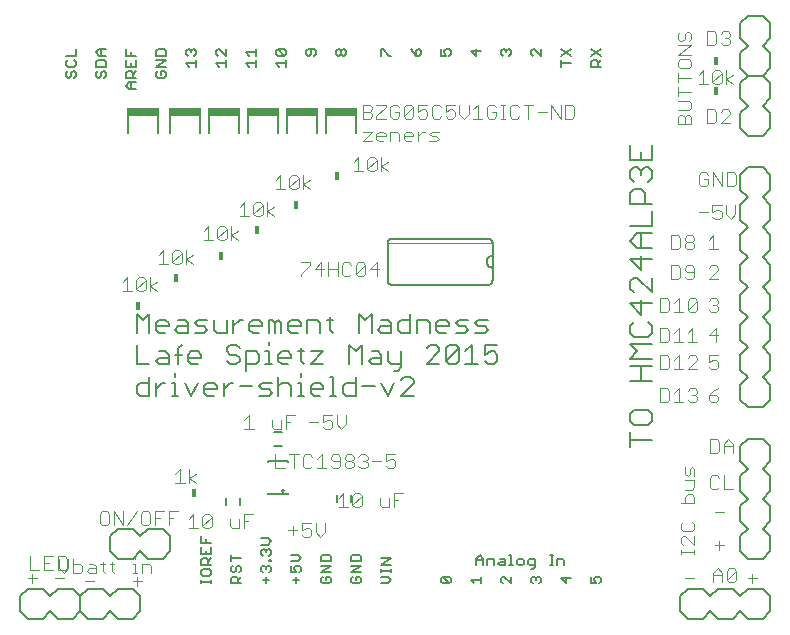
<source format=gto>
G75*
%MOIN*%
%OFA0B0*%
%FSLAX24Y24*%
%IPPOS*%
%LPD*%
%AMOC8*
5,1,8,0,0,1.08239X$1,22.5*
%
%ADD10C,0.0040*%
%ADD11C,0.0060*%
%ADD12C,0.0020*%
%ADD13C,0.0080*%
%ADD14R,0.0965X0.0266*%
%ADD15R,0.0180X0.0300*%
%ADD16C,0.0100*%
D10*
X008812Y003100D02*
X009119Y003100D01*
X008965Y003254D02*
X008965Y002947D01*
X008891Y003370D02*
X009198Y003370D01*
X009352Y003370D02*
X009659Y003370D01*
X009812Y003370D02*
X010042Y003370D01*
X010119Y003447D01*
X010119Y003754D01*
X010042Y003830D01*
X009812Y003830D01*
X009812Y003370D01*
X009850Y003423D02*
X010003Y003270D01*
X010157Y003423D01*
X010157Y003730D01*
X010310Y003730D02*
X010310Y003270D01*
X010540Y003270D01*
X010617Y003347D01*
X010617Y003500D01*
X010540Y003577D01*
X010310Y003577D01*
X009850Y003730D02*
X009850Y003423D01*
X009712Y003100D02*
X010019Y003100D01*
X010712Y003000D02*
X011019Y003000D01*
X011077Y003270D02*
X010847Y003270D01*
X010770Y003347D01*
X010847Y003423D01*
X011077Y003423D01*
X011077Y003500D02*
X011077Y003270D01*
X011077Y003500D02*
X011001Y003577D01*
X010847Y003577D01*
X011231Y003577D02*
X011384Y003577D01*
X011308Y003654D02*
X011308Y003347D01*
X011384Y003270D01*
X011614Y003347D02*
X011691Y003270D01*
X011614Y003347D02*
X011614Y003654D01*
X011538Y003577D02*
X011691Y003577D01*
X012305Y003577D02*
X012382Y003577D01*
X012382Y003270D01*
X012458Y003270D02*
X012305Y003270D01*
X012465Y003154D02*
X012465Y002847D01*
X012312Y003000D02*
X012619Y003000D01*
X012612Y003270D02*
X012612Y003577D01*
X012842Y003577D01*
X012919Y003500D01*
X012919Y003270D01*
X012382Y003730D02*
X012382Y003807D01*
X014170Y004770D02*
X014477Y004770D01*
X014324Y004770D02*
X014324Y005230D01*
X014170Y005077D01*
X013819Y005330D02*
X013512Y005330D01*
X013512Y004870D01*
X013512Y005100D02*
X013665Y005100D01*
X013358Y005330D02*
X013052Y005330D01*
X013052Y004870D01*
X012898Y004947D02*
X012898Y005254D01*
X012821Y005330D01*
X012668Y005330D01*
X012591Y005254D01*
X012591Y004947D01*
X012668Y004870D01*
X012821Y004870D01*
X012898Y004947D01*
X013052Y005100D02*
X013205Y005100D01*
X012438Y005330D02*
X012131Y004870D01*
X011977Y004870D02*
X011977Y005330D01*
X011670Y005330D02*
X011670Y004870D01*
X011517Y004947D02*
X011517Y005254D01*
X011440Y005330D01*
X011287Y005330D01*
X011210Y005254D01*
X011210Y004947D01*
X011287Y004870D01*
X011440Y004870D01*
X011517Y004947D01*
X011670Y005330D02*
X011977Y004870D01*
X013728Y006270D02*
X014035Y006270D01*
X013882Y006270D02*
X013882Y006730D01*
X013728Y006577D01*
X014189Y006730D02*
X014189Y006270D01*
X014189Y006423D02*
X014419Y006577D01*
X014189Y006423D02*
X014419Y006270D01*
X014708Y005230D02*
X014861Y005230D01*
X014938Y005154D01*
X014631Y004847D01*
X014708Y004770D01*
X014861Y004770D01*
X014938Y004847D01*
X014938Y005154D01*
X014708Y005230D02*
X014631Y005154D01*
X014631Y004847D01*
X015552Y004847D02*
X015628Y004770D01*
X015859Y004770D01*
X015859Y005077D01*
X016012Y005000D02*
X016165Y005000D01*
X016012Y004770D02*
X016012Y005230D01*
X016319Y005230D01*
X015552Y005077D02*
X015552Y004847D01*
X017491Y004700D02*
X017798Y004700D01*
X017952Y004700D02*
X018105Y004777D01*
X018182Y004777D01*
X018259Y004700D01*
X018259Y004547D01*
X018182Y004470D01*
X018028Y004470D01*
X017952Y004547D01*
X017952Y004700D02*
X017952Y004930D01*
X018259Y004930D01*
X018412Y004930D02*
X018412Y004623D01*
X018565Y004470D01*
X018719Y004623D01*
X018719Y004930D01*
X019170Y005470D02*
X019477Y005470D01*
X019324Y005470D02*
X019324Y005930D01*
X019170Y005777D01*
X019631Y005854D02*
X019631Y005547D01*
X019938Y005854D01*
X019938Y005547D01*
X019861Y005470D01*
X019708Y005470D01*
X019631Y005547D01*
X019631Y005854D02*
X019708Y005930D01*
X019861Y005930D01*
X019938Y005854D01*
X020552Y005777D02*
X020552Y005547D01*
X020628Y005470D01*
X020859Y005470D01*
X020859Y005777D01*
X021012Y005700D02*
X021165Y005700D01*
X021012Y005470D02*
X021012Y005930D01*
X021319Y005930D01*
X020982Y006770D02*
X020828Y006770D01*
X020752Y006847D01*
X020752Y007000D02*
X020905Y007077D01*
X020982Y007077D01*
X021058Y007000D01*
X021058Y006847D01*
X020982Y006770D01*
X020752Y007000D02*
X020752Y007230D01*
X021058Y007230D01*
X020598Y007000D02*
X020291Y007000D01*
X020138Y006923D02*
X020138Y006847D01*
X020061Y006770D01*
X019908Y006770D01*
X019831Y006847D01*
X019677Y006847D02*
X019601Y006770D01*
X019447Y006770D01*
X019370Y006847D01*
X019370Y006923D01*
X019447Y007000D01*
X019601Y007000D01*
X019677Y006923D01*
X019677Y006847D01*
X019601Y007000D02*
X019677Y007077D01*
X019677Y007154D01*
X019601Y007230D01*
X019447Y007230D01*
X019370Y007154D01*
X019370Y007077D01*
X019447Y007000D01*
X019217Y007000D02*
X018987Y007000D01*
X018910Y007077D01*
X018910Y007154D01*
X018987Y007230D01*
X019140Y007230D01*
X019217Y007154D01*
X019217Y006847D01*
X019140Y006770D01*
X018987Y006770D01*
X018910Y006847D01*
X018757Y006770D02*
X018450Y006770D01*
X018603Y006770D02*
X018603Y007230D01*
X018450Y007077D01*
X018296Y007154D02*
X018219Y007230D01*
X018066Y007230D01*
X017989Y007154D01*
X017989Y006847D01*
X018066Y006770D01*
X018219Y006770D01*
X018296Y006847D01*
X017682Y006770D02*
X017682Y007230D01*
X017529Y007230D02*
X017836Y007230D01*
X017375Y006770D02*
X017068Y006770D01*
X017068Y007230D01*
X017028Y008070D02*
X017259Y008070D01*
X017259Y008377D01*
X017412Y008300D02*
X017565Y008300D01*
X017412Y008070D02*
X017412Y008530D01*
X017719Y008530D01*
X018191Y008300D02*
X018498Y008300D01*
X018652Y008300D02*
X018805Y008377D01*
X018882Y008377D01*
X018959Y008300D01*
X018959Y008147D01*
X018882Y008070D01*
X018728Y008070D01*
X018652Y008147D01*
X018652Y008300D02*
X018652Y008530D01*
X018959Y008530D01*
X019112Y008530D02*
X019112Y008223D01*
X019265Y008070D01*
X019419Y008223D01*
X019419Y008530D01*
X019908Y007230D02*
X020061Y007230D01*
X020138Y007154D01*
X020138Y007077D01*
X020061Y007000D01*
X020138Y006923D01*
X020061Y007000D02*
X019984Y007000D01*
X019831Y007154D02*
X019908Y007230D01*
X017028Y008070D02*
X016952Y008147D01*
X016952Y008377D01*
X016338Y008070D02*
X016031Y008070D01*
X016184Y008070D02*
X016184Y008530D01*
X016031Y008377D01*
X017645Y004854D02*
X017645Y004547D01*
X009659Y003830D02*
X009352Y003830D01*
X009352Y003370D01*
X009352Y003600D02*
X009505Y003600D01*
X008891Y003830D02*
X008891Y003370D01*
X011972Y012670D02*
X012279Y012670D01*
X012126Y012670D02*
X012126Y013130D01*
X011972Y012977D01*
X012433Y013054D02*
X012509Y013130D01*
X012663Y013130D01*
X012740Y013054D01*
X012433Y012747D01*
X012509Y012670D01*
X012663Y012670D01*
X012740Y012747D01*
X012740Y013054D01*
X012893Y013130D02*
X012893Y012670D01*
X012893Y012823D02*
X013123Y012977D01*
X012893Y012823D02*
X013123Y012670D01*
X012433Y012747D02*
X012433Y013054D01*
X013172Y013570D02*
X013479Y013570D01*
X013326Y013570D02*
X013326Y014030D01*
X013172Y013877D01*
X013633Y013954D02*
X013633Y013647D01*
X013940Y013954D01*
X013940Y013647D01*
X013863Y013570D01*
X013709Y013570D01*
X013633Y013647D01*
X013633Y013954D02*
X013709Y014030D01*
X013863Y014030D01*
X013940Y013954D01*
X014093Y014030D02*
X014093Y013570D01*
X014093Y013723D02*
X014323Y013877D01*
X014093Y013723D02*
X014323Y013570D01*
X014672Y014370D02*
X014979Y014370D01*
X014826Y014370D02*
X014826Y014830D01*
X014672Y014677D01*
X015133Y014754D02*
X015133Y014447D01*
X015440Y014754D01*
X015440Y014447D01*
X015363Y014370D01*
X015209Y014370D01*
X015133Y014447D01*
X015133Y014754D02*
X015209Y014830D01*
X015363Y014830D01*
X015440Y014754D01*
X015593Y014830D02*
X015593Y014370D01*
X015593Y014523D02*
X015823Y014677D01*
X015593Y014523D02*
X015823Y014370D01*
X015872Y015170D02*
X016179Y015170D01*
X016026Y015170D02*
X016026Y015630D01*
X015872Y015477D01*
X016333Y015554D02*
X016333Y015247D01*
X016640Y015554D01*
X016640Y015247D01*
X016563Y015170D01*
X016409Y015170D01*
X016333Y015247D01*
X016793Y015323D02*
X017023Y015477D01*
X016793Y015630D02*
X016793Y015170D01*
X016793Y015323D02*
X017023Y015170D01*
X016640Y015554D02*
X016563Y015630D01*
X016409Y015630D01*
X016333Y015554D01*
X017072Y016070D02*
X017379Y016070D01*
X017226Y016070D02*
X017226Y016530D01*
X017072Y016377D01*
X017533Y016454D02*
X017533Y016147D01*
X017840Y016454D01*
X017840Y016147D01*
X017763Y016070D01*
X017609Y016070D01*
X017533Y016147D01*
X017533Y016454D02*
X017609Y016530D01*
X017763Y016530D01*
X017840Y016454D01*
X017993Y016530D02*
X017993Y016070D01*
X017993Y016223D02*
X018223Y016377D01*
X017993Y016223D02*
X018223Y016070D01*
X019672Y016670D02*
X019979Y016670D01*
X019826Y016670D02*
X019826Y017130D01*
X019672Y016977D01*
X020133Y017054D02*
X020133Y016747D01*
X020440Y017054D01*
X020440Y016747D01*
X020363Y016670D01*
X020209Y016670D01*
X020133Y016747D01*
X020593Y016823D02*
X020823Y016977D01*
X020593Y017130D02*
X020593Y016670D01*
X020593Y016823D02*
X020823Y016670D01*
X020440Y017054D02*
X020363Y017130D01*
X020209Y017130D01*
X020133Y017054D01*
X020279Y017670D02*
X019972Y017670D01*
X020279Y017977D01*
X019972Y017977D01*
X020433Y017900D02*
X020433Y017747D01*
X020509Y017670D01*
X020663Y017670D01*
X020740Y017823D02*
X020433Y017823D01*
X020433Y017900D02*
X020509Y017977D01*
X020663Y017977D01*
X020740Y017900D01*
X020740Y017823D01*
X020893Y017670D02*
X020893Y017977D01*
X021123Y017977D01*
X021200Y017900D01*
X021200Y017670D01*
X021354Y017747D02*
X021354Y017900D01*
X021430Y017977D01*
X021584Y017977D01*
X021660Y017900D01*
X021660Y017823D01*
X021354Y017823D01*
X021354Y017747D02*
X021430Y017670D01*
X021584Y017670D01*
X021814Y017670D02*
X021814Y017977D01*
X021967Y017977D02*
X021814Y017823D01*
X021967Y017977D02*
X022044Y017977D01*
X022198Y017900D02*
X022274Y017977D01*
X022505Y017977D01*
X022428Y017823D02*
X022274Y017823D01*
X022198Y017900D01*
X022198Y017670D02*
X022428Y017670D01*
X022505Y017747D01*
X022428Y017823D01*
X022505Y018420D02*
X022581Y018497D01*
X022505Y018420D02*
X022351Y018420D01*
X022274Y018497D01*
X022274Y018804D01*
X022351Y018880D01*
X022505Y018880D01*
X022581Y018804D01*
X022735Y018880D02*
X022735Y018650D01*
X022888Y018727D01*
X022965Y018727D01*
X023042Y018650D01*
X023042Y018497D01*
X022965Y018420D01*
X022811Y018420D01*
X022735Y018497D01*
X023195Y018573D02*
X023349Y018420D01*
X023502Y018573D01*
X023502Y018880D01*
X023656Y018727D02*
X023809Y018880D01*
X023809Y018420D01*
X023656Y018420D02*
X023962Y018420D01*
X024116Y018497D02*
X024193Y018420D01*
X024346Y018420D01*
X024423Y018497D01*
X024423Y018650D01*
X024269Y018650D01*
X024116Y018497D02*
X024116Y018804D01*
X024193Y018880D01*
X024346Y018880D01*
X024423Y018804D01*
X024576Y018880D02*
X024730Y018880D01*
X024653Y018880D02*
X024653Y018420D01*
X024576Y018420D02*
X024730Y018420D01*
X024883Y018497D02*
X024960Y018420D01*
X025113Y018420D01*
X025190Y018497D01*
X025190Y018804D02*
X025113Y018880D01*
X024960Y018880D01*
X024883Y018804D01*
X024883Y018497D01*
X025344Y018880D02*
X025651Y018880D01*
X025497Y018880D02*
X025497Y018420D01*
X025804Y018650D02*
X026111Y018650D01*
X026264Y018420D02*
X026264Y018880D01*
X026571Y018420D01*
X026571Y018880D01*
X026725Y018880D02*
X026955Y018880D01*
X027032Y018804D01*
X027032Y018497D01*
X026955Y018420D01*
X026725Y018420D01*
X026725Y018880D01*
X023195Y018880D02*
X023195Y018573D01*
X023042Y018880D02*
X022735Y018880D01*
X022121Y018880D02*
X021814Y018880D01*
X021814Y018650D01*
X021967Y018727D01*
X022044Y018727D01*
X022121Y018650D01*
X022121Y018497D01*
X022044Y018420D01*
X021891Y018420D01*
X021814Y018497D01*
X021660Y018497D02*
X021584Y018420D01*
X021430Y018420D01*
X021354Y018497D01*
X021660Y018804D01*
X021660Y018497D01*
X021354Y018497D02*
X021354Y018804D01*
X021430Y018880D01*
X021584Y018880D01*
X021660Y018804D01*
X021200Y018804D02*
X021123Y018880D01*
X020970Y018880D01*
X020893Y018804D01*
X020893Y018497D01*
X020970Y018420D01*
X021123Y018420D01*
X021200Y018497D01*
X021200Y018650D01*
X021047Y018650D01*
X020740Y018804D02*
X020433Y018497D01*
X020433Y018420D01*
X020740Y018420D01*
X020740Y018804D02*
X020740Y018880D01*
X020433Y018880D01*
X020279Y018804D02*
X020279Y018727D01*
X020203Y018650D01*
X019972Y018650D01*
X019972Y018420D02*
X020203Y018420D01*
X020279Y018497D01*
X020279Y018573D01*
X020203Y018650D01*
X020279Y018804D02*
X020203Y018880D01*
X019972Y018880D01*
X019972Y018420D01*
X019982Y013630D02*
X019828Y013630D01*
X019752Y013554D01*
X019752Y013247D01*
X020058Y013554D01*
X020058Y013247D01*
X019982Y013170D01*
X019828Y013170D01*
X019752Y013247D01*
X019598Y013247D02*
X019521Y013170D01*
X019368Y013170D01*
X019291Y013247D01*
X019291Y013554D01*
X019368Y013630D01*
X019521Y013630D01*
X019598Y013554D01*
X019982Y013630D02*
X020058Y013554D01*
X020212Y013400D02*
X020519Y013400D01*
X020442Y013170D02*
X020442Y013630D01*
X020212Y013400D01*
X019138Y013400D02*
X018831Y013400D01*
X018677Y013400D02*
X018370Y013400D01*
X018601Y013630D01*
X018601Y013170D01*
X018831Y013170D02*
X018831Y013630D01*
X019138Y013630D02*
X019138Y013170D01*
X018217Y013554D02*
X017910Y013247D01*
X017910Y013170D01*
X017910Y013630D02*
X018217Y013630D01*
X018217Y013554D01*
X029891Y012430D02*
X029891Y011970D01*
X030121Y011970D01*
X030198Y012047D01*
X030198Y012354D01*
X030121Y012430D01*
X029891Y012430D01*
X030352Y012277D02*
X030505Y012430D01*
X030505Y011970D01*
X030352Y011970D02*
X030659Y011970D01*
X030812Y012047D02*
X030812Y012354D01*
X030889Y012430D01*
X031042Y012430D01*
X031119Y012354D01*
X030812Y012047D01*
X030889Y011970D01*
X031042Y011970D01*
X031119Y012047D01*
X031119Y012354D01*
X031512Y012354D02*
X031589Y012430D01*
X031742Y012430D01*
X031819Y012354D01*
X031819Y012277D01*
X031742Y012200D01*
X031819Y012123D01*
X031819Y012047D01*
X031742Y011970D01*
X031589Y011970D01*
X031512Y012047D01*
X031665Y012200D02*
X031742Y012200D01*
X031742Y011430D02*
X031512Y011200D01*
X031819Y011200D01*
X031742Y010970D02*
X031742Y011430D01*
X031119Y010970D02*
X030812Y010970D01*
X030965Y010970D02*
X030965Y011430D01*
X030812Y011277D01*
X030505Y011430D02*
X030505Y010970D01*
X030352Y010970D02*
X030659Y010970D01*
X030352Y011277D02*
X030505Y011430D01*
X030198Y011354D02*
X030198Y011047D01*
X030121Y010970D01*
X029891Y010970D01*
X029891Y011430D01*
X030121Y011430D01*
X030198Y011354D01*
X030121Y010530D02*
X029891Y010530D01*
X029891Y010070D01*
X030121Y010070D01*
X030198Y010147D01*
X030198Y010454D01*
X030121Y010530D01*
X030352Y010377D02*
X030505Y010530D01*
X030505Y010070D01*
X030352Y010070D02*
X030659Y010070D01*
X030812Y010070D02*
X031119Y010377D01*
X031119Y010454D01*
X031042Y010530D01*
X030889Y010530D01*
X030812Y010454D01*
X030812Y010070D02*
X031119Y010070D01*
X031512Y010147D02*
X031589Y010070D01*
X031742Y010070D01*
X031819Y010147D01*
X031819Y010300D01*
X031742Y010377D01*
X031665Y010377D01*
X031512Y010300D01*
X031512Y010530D01*
X031819Y010530D01*
X031819Y009430D02*
X031665Y009354D01*
X031512Y009200D01*
X031742Y009200D01*
X031819Y009123D01*
X031819Y009047D01*
X031742Y008970D01*
X031589Y008970D01*
X031512Y009047D01*
X031512Y009200D01*
X031119Y009123D02*
X031119Y009047D01*
X031042Y008970D01*
X030889Y008970D01*
X030812Y009047D01*
X030659Y008970D02*
X030352Y008970D01*
X030505Y008970D02*
X030505Y009430D01*
X030352Y009277D01*
X030198Y009354D02*
X030198Y009047D01*
X030121Y008970D01*
X029891Y008970D01*
X029891Y009430D01*
X030121Y009430D01*
X030198Y009354D01*
X030812Y009354D02*
X030889Y009430D01*
X031042Y009430D01*
X031119Y009354D01*
X031119Y009277D01*
X031042Y009200D01*
X031119Y009123D01*
X031042Y009200D02*
X030965Y009200D01*
X031552Y007730D02*
X031782Y007730D01*
X031859Y007654D01*
X031859Y007347D01*
X031782Y007270D01*
X031552Y007270D01*
X031552Y007730D01*
X032012Y007577D02*
X032165Y007730D01*
X032319Y007577D01*
X032319Y007270D01*
X032319Y007500D02*
X032012Y007500D01*
X032012Y007577D02*
X032012Y007270D01*
X032012Y006530D02*
X032012Y006070D01*
X032319Y006070D01*
X031859Y006147D02*
X031782Y006070D01*
X031628Y006070D01*
X031552Y006147D01*
X031552Y006454D01*
X031628Y006530D01*
X031782Y006530D01*
X031859Y006454D01*
X031032Y006510D02*
X031032Y006740D01*
X030956Y006817D01*
X030879Y006740D01*
X030879Y006586D01*
X030802Y006510D01*
X030725Y006586D01*
X030725Y006817D01*
X030725Y006356D02*
X031032Y006356D01*
X031032Y006126D01*
X030956Y006049D01*
X030725Y006049D01*
X030802Y005896D02*
X030725Y005819D01*
X030725Y005589D01*
X030572Y005589D02*
X031032Y005589D01*
X031032Y005819D01*
X030956Y005896D01*
X030802Y005896D01*
X031712Y005300D02*
X032019Y005300D01*
X031865Y004354D02*
X031865Y004047D01*
X031712Y004200D02*
X032019Y004200D01*
X032189Y003430D02*
X032342Y003430D01*
X032419Y003354D01*
X032112Y003047D01*
X032189Y002970D01*
X032342Y002970D01*
X032419Y003047D01*
X032419Y003354D01*
X032189Y003430D02*
X032112Y003354D01*
X032112Y003047D01*
X031959Y002970D02*
X031959Y003277D01*
X031805Y003430D01*
X031652Y003277D01*
X031652Y002970D01*
X031652Y003200D02*
X031959Y003200D01*
X032812Y003100D02*
X033119Y003100D01*
X032965Y003254D02*
X032965Y002947D01*
X031019Y003100D02*
X030712Y003100D01*
X030572Y003901D02*
X030572Y004054D01*
X030572Y003977D02*
X031032Y003977D01*
X031032Y003901D02*
X031032Y004054D01*
X031032Y004208D02*
X030725Y004515D01*
X030649Y004515D01*
X030572Y004438D01*
X030572Y004284D01*
X030649Y004208D01*
X031032Y004208D02*
X031032Y004515D01*
X030956Y004668D02*
X030649Y004668D01*
X030572Y004745D01*
X030572Y004898D01*
X030649Y004975D01*
X030956Y004975D02*
X031032Y004898D01*
X031032Y004745D01*
X030956Y004668D01*
X030942Y013070D02*
X031019Y013147D01*
X031019Y013454D01*
X030942Y013530D01*
X030789Y013530D01*
X030712Y013454D01*
X030712Y013377D01*
X030789Y013300D01*
X031019Y013300D01*
X030942Y013070D02*
X030789Y013070D01*
X030712Y013147D01*
X030559Y013147D02*
X030559Y013454D01*
X030482Y013530D01*
X030252Y013530D01*
X030252Y013070D01*
X030482Y013070D01*
X030559Y013147D01*
X031512Y013070D02*
X031819Y013377D01*
X031819Y013454D01*
X031742Y013530D01*
X031589Y013530D01*
X031512Y013454D01*
X031512Y013070D02*
X031819Y013070D01*
X031819Y014070D02*
X031512Y014070D01*
X031665Y014070D02*
X031665Y014530D01*
X031512Y014377D01*
X031019Y014377D02*
X030942Y014300D01*
X030789Y014300D01*
X030712Y014377D01*
X030712Y014454D01*
X030789Y014530D01*
X030942Y014530D01*
X031019Y014454D01*
X031019Y014377D01*
X030942Y014300D02*
X031019Y014223D01*
X031019Y014147D01*
X030942Y014070D01*
X030789Y014070D01*
X030712Y014147D01*
X030712Y014223D01*
X030789Y014300D01*
X030559Y014147D02*
X030559Y014454D01*
X030482Y014530D01*
X030252Y014530D01*
X030252Y014070D01*
X030482Y014070D01*
X030559Y014147D01*
X031633Y015147D02*
X031709Y015070D01*
X031863Y015070D01*
X031940Y015147D01*
X031940Y015300D01*
X031863Y015377D01*
X031786Y015377D01*
X031633Y015300D01*
X031633Y015530D01*
X031940Y015530D01*
X032093Y015530D02*
X032093Y015223D01*
X032247Y015070D01*
X032400Y015223D01*
X032400Y015530D01*
X032342Y016170D02*
X032112Y016170D01*
X032112Y016630D01*
X032342Y016630D01*
X032419Y016554D01*
X032419Y016247D01*
X032342Y016170D01*
X031959Y016170D02*
X031959Y016630D01*
X031652Y016630D02*
X031959Y016170D01*
X031652Y016170D02*
X031652Y016630D01*
X031498Y016554D02*
X031421Y016630D01*
X031268Y016630D01*
X031191Y016554D01*
X031191Y016247D01*
X031268Y016170D01*
X031421Y016170D01*
X031498Y016247D01*
X031498Y016400D01*
X031345Y016400D01*
X031479Y015300D02*
X031172Y015300D01*
X030932Y018247D02*
X030472Y018247D01*
X030472Y018477D01*
X030549Y018554D01*
X030625Y018554D01*
X030702Y018477D01*
X030702Y018247D01*
X030932Y018247D02*
X030932Y018477D01*
X030856Y018554D01*
X030779Y018554D01*
X030702Y018477D01*
X030856Y018708D02*
X030472Y018708D01*
X030472Y019015D02*
X030856Y019015D01*
X030932Y018938D01*
X030932Y018784D01*
X030856Y018708D01*
X031452Y018730D02*
X031682Y018730D01*
X031759Y018654D01*
X031759Y018347D01*
X031682Y018270D01*
X031452Y018270D01*
X031452Y018730D01*
X031912Y018654D02*
X031989Y018730D01*
X032142Y018730D01*
X032219Y018654D01*
X032219Y018577D01*
X031912Y018270D01*
X032219Y018270D01*
X030932Y019321D02*
X030472Y019321D01*
X030472Y019168D02*
X030472Y019475D01*
X030472Y019628D02*
X030472Y019935D01*
X030472Y019782D02*
X030932Y019782D01*
X031172Y019877D02*
X031326Y020030D01*
X031326Y019570D01*
X031479Y019570D02*
X031172Y019570D01*
X031633Y019647D02*
X031940Y019954D01*
X031940Y019647D01*
X031863Y019570D01*
X031709Y019570D01*
X031633Y019647D01*
X031633Y019954D01*
X031709Y020030D01*
X031863Y020030D01*
X031940Y019954D01*
X032093Y020030D02*
X032093Y019570D01*
X032093Y019723D02*
X032323Y019877D01*
X032093Y019723D02*
X032323Y019570D01*
X030932Y020166D02*
X030856Y020089D01*
X030549Y020089D01*
X030472Y020166D01*
X030472Y020319D01*
X030549Y020396D01*
X030856Y020396D01*
X030932Y020319D01*
X030932Y020166D01*
X030932Y020549D02*
X030472Y020549D01*
X030932Y020856D01*
X030472Y020856D01*
X030549Y021010D02*
X030625Y021010D01*
X030702Y021086D01*
X030702Y021240D01*
X030779Y021317D01*
X030856Y021317D01*
X030932Y021240D01*
X030932Y021086D01*
X030856Y021010D01*
X030549Y021010D02*
X030472Y021086D01*
X030472Y021240D01*
X030549Y021317D01*
X031452Y021330D02*
X031452Y020870D01*
X031682Y020870D01*
X031759Y020947D01*
X031759Y021254D01*
X031682Y021330D01*
X031452Y021330D01*
X031912Y021254D02*
X031989Y021330D01*
X032142Y021330D01*
X032219Y021254D01*
X032219Y021177D01*
X032142Y021100D01*
X032219Y021023D01*
X032219Y020947D01*
X032142Y020870D01*
X031989Y020870D01*
X031912Y020947D01*
X032065Y021100D02*
X032142Y021100D01*
D11*
X027922Y020739D02*
X027582Y020512D01*
X027639Y020370D02*
X027752Y020370D01*
X027809Y020314D01*
X027809Y020143D01*
X027922Y020143D02*
X027582Y020143D01*
X027582Y020314D01*
X027639Y020370D01*
X027809Y020257D02*
X027922Y020370D01*
X027922Y020512D02*
X027582Y020739D01*
X026922Y020739D02*
X026582Y020512D01*
X026582Y020370D02*
X026582Y020143D01*
X026582Y020257D02*
X026922Y020257D01*
X026922Y020512D02*
X026582Y020739D01*
X025922Y020739D02*
X025922Y020512D01*
X025696Y020739D01*
X025639Y020739D01*
X025582Y020682D01*
X025582Y020568D01*
X025639Y020512D01*
X024922Y020568D02*
X024866Y020512D01*
X024922Y020568D02*
X024922Y020682D01*
X024866Y020739D01*
X024809Y020739D01*
X024752Y020682D01*
X024752Y020625D01*
X024752Y020682D02*
X024696Y020739D01*
X024639Y020739D01*
X024582Y020682D01*
X024582Y020568D01*
X024639Y020512D01*
X023922Y020682D02*
X023582Y020682D01*
X023752Y020512D01*
X023752Y020739D01*
X022922Y020682D02*
X022922Y020568D01*
X022866Y020512D01*
X022752Y020512D02*
X022696Y020625D01*
X022696Y020682D01*
X022752Y020739D01*
X022866Y020739D01*
X022922Y020682D01*
X022752Y020512D02*
X022582Y020512D01*
X022582Y020739D01*
X021922Y020682D02*
X021922Y020568D01*
X021866Y020512D01*
X021752Y020512D01*
X021752Y020682D01*
X021809Y020739D01*
X021866Y020739D01*
X021922Y020682D01*
X021752Y020512D02*
X021639Y020625D01*
X021582Y020739D01*
X020922Y020512D02*
X020866Y020512D01*
X020639Y020739D01*
X020582Y020739D01*
X020582Y020512D01*
X019422Y020568D02*
X019366Y020512D01*
X019309Y020512D01*
X019252Y020568D01*
X019252Y020682D01*
X019309Y020739D01*
X019366Y020739D01*
X019422Y020682D01*
X019422Y020568D01*
X019252Y020568D02*
X019196Y020512D01*
X019139Y020512D01*
X019082Y020568D01*
X019082Y020682D01*
X019139Y020739D01*
X019196Y020739D01*
X019252Y020682D01*
X018422Y020682D02*
X018422Y020568D01*
X018366Y020512D01*
X018252Y020568D02*
X018252Y020739D01*
X018139Y020739D02*
X018082Y020682D01*
X018082Y020568D01*
X018139Y020512D01*
X018196Y020512D01*
X018252Y020568D01*
X018139Y020739D02*
X018366Y020739D01*
X018422Y020682D01*
X017422Y020682D02*
X017422Y020568D01*
X017366Y020512D01*
X017139Y020739D01*
X017366Y020739D01*
X017422Y020682D01*
X017366Y020512D02*
X017139Y020512D01*
X017082Y020568D01*
X017082Y020682D01*
X017139Y020739D01*
X017422Y020370D02*
X017422Y020143D01*
X017422Y020257D02*
X017082Y020257D01*
X017196Y020143D01*
X016422Y020143D02*
X016422Y020370D01*
X016422Y020257D02*
X016082Y020257D01*
X016196Y020143D01*
X016196Y020512D02*
X016082Y020625D01*
X016422Y020625D01*
X016422Y020512D02*
X016422Y020739D01*
X015422Y020739D02*
X015422Y020512D01*
X015196Y020739D01*
X015139Y020739D01*
X015082Y020682D01*
X015082Y020568D01*
X015139Y020512D01*
X015082Y020257D02*
X015422Y020257D01*
X015422Y020370D02*
X015422Y020143D01*
X015196Y020143D02*
X015082Y020257D01*
X014422Y020257D02*
X014082Y020257D01*
X014196Y020143D01*
X014422Y020143D02*
X014422Y020370D01*
X014366Y020512D02*
X014422Y020568D01*
X014422Y020682D01*
X014366Y020739D01*
X014309Y020739D01*
X014252Y020682D01*
X014252Y020625D01*
X014252Y020682D02*
X014196Y020739D01*
X014139Y020739D01*
X014082Y020682D01*
X014082Y020568D01*
X014139Y020512D01*
X013422Y020512D02*
X013422Y020682D01*
X013366Y020739D01*
X013139Y020739D01*
X013082Y020682D01*
X013082Y020512D01*
X013422Y020512D01*
X013422Y020370D02*
X013082Y020370D01*
X013082Y020143D02*
X013422Y020370D01*
X013422Y020143D02*
X013082Y020143D01*
X013139Y020002D02*
X013082Y019945D01*
X013082Y019832D01*
X013139Y019775D01*
X013366Y019775D01*
X013422Y019832D01*
X013422Y019945D01*
X013366Y020002D01*
X013252Y020002D01*
X013252Y019888D01*
X012422Y019775D02*
X012082Y019775D01*
X012082Y019945D01*
X012139Y020002D01*
X012252Y020002D01*
X012309Y019945D01*
X012309Y019775D01*
X012309Y019888D02*
X012422Y020002D01*
X012422Y020143D02*
X012082Y020143D01*
X012082Y020370D01*
X012082Y020512D02*
X012082Y020739D01*
X012252Y020625D02*
X012252Y020512D01*
X012422Y020512D02*
X012082Y020512D01*
X012252Y020257D02*
X012252Y020143D01*
X012422Y020143D02*
X012422Y020370D01*
X012422Y019634D02*
X012196Y019634D01*
X012082Y019520D01*
X012196Y019407D01*
X012422Y019407D01*
X012252Y019407D02*
X012252Y019634D01*
X011422Y019832D02*
X011366Y019775D01*
X011422Y019832D02*
X011422Y019945D01*
X011366Y020002D01*
X011309Y020002D01*
X011252Y019945D01*
X011252Y019832D01*
X011196Y019775D01*
X011139Y019775D01*
X011082Y019832D01*
X011082Y019945D01*
X011139Y020002D01*
X011082Y020143D02*
X011082Y020314D01*
X011139Y020370D01*
X011366Y020370D01*
X011422Y020314D01*
X011422Y020143D01*
X011082Y020143D01*
X011196Y020512D02*
X011082Y020625D01*
X011196Y020739D01*
X011422Y020739D01*
X011252Y020739D02*
X011252Y020512D01*
X011196Y020512D02*
X011422Y020512D01*
X010422Y020512D02*
X010422Y020739D01*
X010422Y020512D02*
X010082Y020512D01*
X010139Y020370D02*
X010082Y020314D01*
X010082Y020200D01*
X010139Y020143D01*
X010366Y020143D01*
X010422Y020200D01*
X010422Y020314D01*
X010366Y020370D01*
X010366Y020002D02*
X010422Y019945D01*
X010422Y019832D01*
X010366Y019775D01*
X010252Y019832D02*
X010252Y019945D01*
X010309Y020002D01*
X010366Y020002D01*
X010252Y019832D02*
X010196Y019775D01*
X010139Y019775D01*
X010082Y019832D01*
X010082Y019945D01*
X010139Y020002D01*
X020802Y014270D02*
X020802Y013030D01*
X020804Y013007D01*
X020809Y012984D01*
X020818Y012962D01*
X020831Y012942D01*
X020846Y012924D01*
X020864Y012909D01*
X020884Y012896D01*
X020906Y012887D01*
X020929Y012882D01*
X020952Y012880D01*
X024152Y012880D01*
X024175Y012882D01*
X024198Y012887D01*
X024220Y012896D01*
X024240Y012909D01*
X024258Y012924D01*
X024273Y012942D01*
X024286Y012962D01*
X024295Y012984D01*
X024300Y013007D01*
X024302Y013030D01*
X024302Y013450D01*
X024302Y013850D01*
X024302Y014270D01*
X024300Y014293D01*
X024295Y014316D01*
X024286Y014338D01*
X024273Y014358D01*
X024258Y014376D01*
X024240Y014391D01*
X024220Y014404D01*
X024198Y014413D01*
X024175Y014418D01*
X024152Y014420D01*
X020952Y014420D01*
X020929Y014418D01*
X020906Y014413D01*
X020884Y014404D01*
X020864Y014391D01*
X020846Y014376D01*
X020831Y014358D01*
X020818Y014338D01*
X020809Y014316D01*
X020804Y014293D01*
X020802Y014270D01*
X024302Y013850D02*
X024275Y013848D01*
X024248Y013843D01*
X024222Y013833D01*
X024198Y013821D01*
X024176Y013805D01*
X024156Y013787D01*
X024139Y013765D01*
X024124Y013742D01*
X024114Y013717D01*
X024106Y013691D01*
X024102Y013664D01*
X024102Y013636D01*
X024106Y013609D01*
X024114Y013583D01*
X024124Y013558D01*
X024139Y013535D01*
X024156Y013513D01*
X024176Y013495D01*
X024198Y013479D01*
X024222Y013467D01*
X024248Y013457D01*
X024275Y013452D01*
X024302Y013450D01*
X024143Y011707D02*
X023822Y011707D01*
X023716Y011600D01*
X023822Y011494D01*
X024036Y011494D01*
X024143Y011387D01*
X024036Y011280D01*
X023716Y011280D01*
X023498Y011387D02*
X023391Y011494D01*
X023178Y011494D01*
X023071Y011600D01*
X023178Y011707D01*
X023498Y011707D01*
X023498Y011387D02*
X023391Y011280D01*
X023071Y011280D01*
X022853Y011494D02*
X022426Y011494D01*
X022426Y011600D02*
X022533Y011707D01*
X022747Y011707D01*
X022853Y011600D01*
X022853Y011494D01*
X022747Y011280D02*
X022533Y011280D01*
X022426Y011387D01*
X022426Y011600D01*
X022209Y011600D02*
X022209Y011280D01*
X022209Y011600D02*
X022102Y011707D01*
X021782Y011707D01*
X021782Y011280D01*
X021564Y011280D02*
X021244Y011280D01*
X021137Y011387D01*
X021137Y011600D01*
X021244Y011707D01*
X021564Y011707D01*
X021564Y011921D02*
X021564Y011280D01*
X020920Y011280D02*
X020600Y011280D01*
X020493Y011387D01*
X020600Y011494D01*
X020920Y011494D01*
X020920Y011600D02*
X020920Y011280D01*
X020920Y011600D02*
X020813Y011707D01*
X020600Y011707D01*
X020275Y011921D02*
X020275Y011280D01*
X019848Y011280D02*
X019848Y011921D01*
X020062Y011707D01*
X020275Y011921D01*
X018987Y011707D02*
X018774Y011707D01*
X018881Y011814D02*
X018881Y011387D01*
X018987Y011280D01*
X018556Y011280D02*
X018556Y011600D01*
X018450Y011707D01*
X018129Y011707D01*
X018129Y011280D01*
X017912Y011494D02*
X017485Y011494D01*
X017485Y011600D02*
X017592Y011707D01*
X017805Y011707D01*
X017912Y011600D01*
X017912Y011494D01*
X017805Y011280D02*
X017592Y011280D01*
X017485Y011387D01*
X017485Y011600D01*
X017267Y011600D02*
X017267Y011280D01*
X017054Y011280D02*
X017054Y011600D01*
X017161Y011707D01*
X017267Y011600D01*
X017054Y011600D02*
X016947Y011707D01*
X016840Y011707D01*
X016840Y011280D01*
X016840Y010977D02*
X016840Y010871D01*
X016840Y010657D02*
X016840Y010230D01*
X016946Y010230D02*
X016733Y010230D01*
X016515Y010337D02*
X016409Y010230D01*
X016088Y010230D01*
X016088Y010016D02*
X016088Y010657D01*
X016409Y010657D01*
X016515Y010550D01*
X016515Y010337D01*
X016733Y010657D02*
X016840Y010657D01*
X017163Y010550D02*
X017163Y010337D01*
X017269Y010230D01*
X017483Y010230D01*
X017590Y010444D02*
X017163Y010444D01*
X017163Y010550D02*
X017269Y010657D01*
X017483Y010657D01*
X017590Y010550D01*
X017590Y010444D01*
X017807Y010657D02*
X018021Y010657D01*
X017914Y010764D02*
X017914Y010337D01*
X018021Y010230D01*
X018237Y010230D02*
X018664Y010230D01*
X018664Y010657D02*
X018237Y010657D01*
X018664Y010657D02*
X018237Y010230D01*
X017914Y009927D02*
X017914Y009821D01*
X017914Y009607D02*
X017914Y009180D01*
X017807Y009180D02*
X018021Y009180D01*
X018237Y009287D02*
X018237Y009500D01*
X018344Y009607D01*
X018557Y009607D01*
X018664Y009500D01*
X018664Y009394D01*
X018237Y009394D01*
X018237Y009287D02*
X018344Y009180D01*
X018557Y009180D01*
X018881Y009180D02*
X019095Y009180D01*
X018988Y009180D02*
X018988Y009821D01*
X018881Y009821D01*
X019311Y009500D02*
X019418Y009607D01*
X019738Y009607D01*
X019738Y009821D02*
X019738Y009180D01*
X019418Y009180D01*
X019311Y009287D01*
X019311Y009500D01*
X019956Y009500D02*
X020383Y009500D01*
X020600Y009607D02*
X020814Y009180D01*
X021027Y009607D01*
X021245Y009714D02*
X021351Y009821D01*
X021565Y009821D01*
X021672Y009714D01*
X021672Y009607D01*
X021245Y009180D01*
X021672Y009180D01*
X021135Y010016D02*
X021029Y010016D01*
X021135Y010016D02*
X021242Y010123D01*
X021242Y010657D01*
X020815Y010657D02*
X020815Y010337D01*
X020922Y010230D01*
X021242Y010230D01*
X020598Y010230D02*
X020277Y010230D01*
X020170Y010337D01*
X020277Y010444D01*
X020598Y010444D01*
X020598Y010550D02*
X020598Y010230D01*
X020598Y010550D02*
X020491Y010657D01*
X020277Y010657D01*
X019953Y010871D02*
X019953Y010230D01*
X019526Y010230D02*
X019526Y010871D01*
X019739Y010657D01*
X019953Y010871D01*
X017914Y009607D02*
X017807Y009607D01*
X017590Y009500D02*
X017590Y009180D01*
X017590Y009500D02*
X017483Y009607D01*
X017269Y009607D01*
X017163Y009500D01*
X016945Y009607D02*
X016625Y009607D01*
X016518Y009500D01*
X016625Y009394D01*
X016838Y009394D01*
X016945Y009287D01*
X016838Y009180D01*
X016518Y009180D01*
X016301Y009500D02*
X015873Y009500D01*
X015657Y009607D02*
X015550Y009607D01*
X015336Y009394D01*
X015336Y009607D02*
X015336Y009180D01*
X015119Y009394D02*
X014692Y009394D01*
X014692Y009500D02*
X014692Y009287D01*
X014799Y009180D01*
X015012Y009180D01*
X015119Y009394D02*
X015119Y009500D01*
X015012Y009607D01*
X014799Y009607D01*
X014692Y009500D01*
X014474Y009607D02*
X014261Y009180D01*
X014047Y009607D01*
X013724Y009607D02*
X013724Y009180D01*
X013618Y009180D02*
X013831Y009180D01*
X013724Y009607D02*
X013618Y009607D01*
X013401Y009607D02*
X013294Y009607D01*
X013080Y009394D01*
X013080Y009607D02*
X013080Y009180D01*
X012863Y009180D02*
X012543Y009180D01*
X012436Y009287D01*
X012436Y009500D01*
X012543Y009607D01*
X012863Y009607D01*
X012863Y009821D02*
X012863Y009180D01*
X013724Y009821D02*
X013724Y009927D01*
X013832Y010230D02*
X013832Y010764D01*
X013939Y010871D01*
X013939Y010550D02*
X013725Y010550D01*
X013507Y010550D02*
X013507Y010230D01*
X013187Y010230D01*
X013080Y010337D01*
X013187Y010444D01*
X013507Y010444D01*
X013507Y010550D02*
X013401Y010657D01*
X013187Y010657D01*
X012863Y010230D02*
X012436Y010230D01*
X012436Y010871D01*
X012436Y011280D02*
X012436Y011921D01*
X012649Y011707D01*
X012863Y011921D01*
X012863Y011280D01*
X013080Y011387D02*
X013080Y011600D01*
X013187Y011707D01*
X013401Y011707D01*
X013507Y011600D01*
X013507Y011494D01*
X013080Y011494D01*
X013080Y011387D02*
X013187Y011280D01*
X013401Y011280D01*
X013725Y011387D02*
X013832Y011494D01*
X014152Y011494D01*
X014152Y011600D02*
X014152Y011280D01*
X013832Y011280D01*
X013725Y011387D01*
X014045Y011707D02*
X014152Y011600D01*
X014045Y011707D02*
X013832Y011707D01*
X014370Y011600D02*
X014476Y011707D01*
X014797Y011707D01*
X015014Y011707D02*
X015014Y011387D01*
X015121Y011280D01*
X015441Y011280D01*
X015441Y011707D01*
X015659Y011707D02*
X015659Y011280D01*
X015659Y011494D02*
X015872Y011707D01*
X015979Y011707D01*
X016196Y011600D02*
X016303Y011707D01*
X016516Y011707D01*
X016623Y011600D01*
X016623Y011494D01*
X016196Y011494D01*
X016196Y011600D02*
X016196Y011387D01*
X016303Y011280D01*
X016516Y011280D01*
X015871Y010764D02*
X015764Y010871D01*
X015551Y010871D01*
X015444Y010764D01*
X015444Y010657D01*
X015551Y010550D01*
X015764Y010550D01*
X015871Y010444D01*
X015871Y010337D01*
X015764Y010230D01*
X015551Y010230D01*
X015444Y010337D01*
X014582Y010444D02*
X014155Y010444D01*
X014155Y010550D02*
X014261Y010657D01*
X014475Y010657D01*
X014582Y010550D01*
X014582Y010444D01*
X014475Y010230D02*
X014261Y010230D01*
X014155Y010337D01*
X014155Y010550D01*
X014370Y011280D02*
X014690Y011280D01*
X014797Y011387D01*
X014690Y011494D01*
X014476Y011494D01*
X014370Y011600D01*
X017163Y009821D02*
X017163Y009180D01*
X017270Y007986D02*
X017034Y007986D01*
X017034Y007514D02*
X017270Y007514D01*
X019116Y005868D02*
X019116Y005632D01*
X019589Y005632D02*
X019589Y005868D01*
X016922Y004328D02*
X016809Y004441D01*
X016582Y004441D01*
X016582Y004214D02*
X016809Y004214D01*
X016922Y004328D01*
X016866Y004073D02*
X016922Y004016D01*
X016922Y003903D01*
X016866Y003846D01*
X016866Y003718D02*
X016922Y003718D01*
X016922Y003662D01*
X016866Y003662D01*
X016866Y003718D01*
X016866Y003520D02*
X016922Y003463D01*
X016922Y003350D01*
X016866Y003293D01*
X016752Y003407D02*
X016752Y003463D01*
X016809Y003520D01*
X016866Y003520D01*
X016752Y003463D02*
X016696Y003520D01*
X016639Y003520D01*
X016582Y003463D01*
X016582Y003350D01*
X016639Y003293D01*
X016752Y003152D02*
X016752Y002925D01*
X016639Y003038D02*
X016866Y003038D01*
X017582Y003293D02*
X017582Y003520D01*
X017696Y003463D02*
X017752Y003520D01*
X017866Y003520D01*
X017922Y003463D01*
X017922Y003350D01*
X017866Y003293D01*
X017752Y003293D02*
X017696Y003407D01*
X017696Y003463D01*
X017752Y003293D02*
X017582Y003293D01*
X017752Y003152D02*
X017752Y002925D01*
X017639Y003038D02*
X017866Y003038D01*
X018582Y002982D02*
X018639Y002925D01*
X018866Y002925D01*
X018922Y002982D01*
X018922Y003095D01*
X018866Y003152D01*
X018752Y003152D01*
X018752Y003038D01*
X018639Y003152D02*
X018582Y003095D01*
X018582Y002982D01*
X018582Y003293D02*
X018922Y003520D01*
X018582Y003520D01*
X018582Y003662D02*
X018582Y003832D01*
X018639Y003888D01*
X018866Y003888D01*
X018922Y003832D01*
X018922Y003662D01*
X018582Y003662D01*
X018582Y003293D02*
X018922Y003293D01*
X019582Y003293D02*
X019922Y003520D01*
X019582Y003520D01*
X019582Y003662D02*
X019582Y003832D01*
X019639Y003888D01*
X019866Y003888D01*
X019922Y003832D01*
X019922Y003662D01*
X019582Y003662D01*
X019582Y003293D02*
X019922Y003293D01*
X019866Y003152D02*
X019752Y003152D01*
X019752Y003038D01*
X019639Y002925D02*
X019866Y002925D01*
X019922Y002982D01*
X019922Y003095D01*
X019866Y003152D01*
X019639Y003152D02*
X019582Y003095D01*
X019582Y002982D01*
X019639Y002925D01*
X020582Y002925D02*
X020809Y002925D01*
X020922Y003038D01*
X020809Y003152D01*
X020582Y003152D01*
X020582Y003293D02*
X020582Y003407D01*
X020582Y003350D02*
X020922Y003350D01*
X020922Y003293D02*
X020922Y003407D01*
X020922Y003539D02*
X020582Y003539D01*
X020922Y003766D01*
X020582Y003766D01*
X022582Y003095D02*
X022582Y002982D01*
X022639Y002925D01*
X022866Y002925D01*
X022639Y003152D01*
X022866Y003152D01*
X022922Y003095D01*
X022922Y002982D01*
X022866Y002925D01*
X022639Y003152D02*
X022582Y003095D01*
X023582Y003038D02*
X023922Y003038D01*
X023922Y002925D02*
X023922Y003152D01*
X023696Y002925D02*
X023582Y003038D01*
X023763Y003525D02*
X023763Y003752D01*
X023877Y003865D01*
X023990Y003752D01*
X023990Y003525D01*
X024131Y003525D02*
X024131Y003752D01*
X024302Y003752D01*
X024358Y003695D01*
X024358Y003525D01*
X024500Y003582D02*
X024556Y003525D01*
X024727Y003525D01*
X024727Y003695D01*
X024670Y003752D01*
X024556Y003752D01*
X024556Y003638D02*
X024727Y003638D01*
X024556Y003638D02*
X024500Y003582D01*
X024868Y003525D02*
X024981Y003525D01*
X024925Y003525D02*
X024925Y003865D01*
X024868Y003865D01*
X025114Y003695D02*
X025114Y003582D01*
X025170Y003525D01*
X025284Y003525D01*
X025340Y003582D01*
X025340Y003695D01*
X025284Y003752D01*
X025170Y003752D01*
X025114Y003695D01*
X025482Y003695D02*
X025482Y003582D01*
X025539Y003525D01*
X025709Y003525D01*
X025709Y003468D02*
X025709Y003752D01*
X025539Y003752D01*
X025482Y003695D01*
X025595Y003412D02*
X025652Y003412D01*
X025709Y003468D01*
X025696Y003152D02*
X025752Y003095D01*
X025809Y003152D01*
X025866Y003152D01*
X025922Y003095D01*
X025922Y002982D01*
X025866Y002925D01*
X025752Y003038D02*
X025752Y003095D01*
X025696Y003152D02*
X025639Y003152D01*
X025582Y003095D01*
X025582Y002982D01*
X025639Y002925D01*
X024922Y002925D02*
X024696Y003152D01*
X024639Y003152D01*
X024582Y003095D01*
X024582Y002982D01*
X024639Y002925D01*
X024922Y002925D02*
X024922Y003152D01*
X023990Y003695D02*
X023763Y003695D01*
X026219Y003525D02*
X026332Y003525D01*
X026275Y003525D02*
X026275Y003865D01*
X026219Y003865D02*
X026332Y003865D01*
X026464Y003752D02*
X026634Y003752D01*
X026691Y003695D01*
X026691Y003525D01*
X026464Y003525D02*
X026464Y003752D01*
X026752Y003152D02*
X026752Y002925D01*
X026582Y003095D01*
X026922Y003095D01*
X027582Y003152D02*
X027582Y002925D01*
X027752Y002925D01*
X027696Y003038D01*
X027696Y003095D01*
X027752Y003152D01*
X027866Y003152D01*
X027922Y003095D01*
X027922Y002982D01*
X027866Y002925D01*
X028882Y007467D02*
X028882Y007961D01*
X028882Y007714D02*
X029622Y007714D01*
X029499Y008204D02*
X029005Y008204D01*
X028882Y008327D01*
X028882Y008574D01*
X029005Y008698D01*
X029499Y008698D01*
X029622Y008574D01*
X029622Y008327D01*
X029499Y008204D01*
X029622Y009677D02*
X028882Y009677D01*
X029252Y009677D02*
X029252Y010171D01*
X028882Y010171D02*
X029622Y010171D01*
X029622Y010414D02*
X028882Y010414D01*
X029129Y010661D01*
X028882Y010907D01*
X029622Y010907D01*
X029499Y011150D02*
X029622Y011274D01*
X029622Y011521D01*
X029499Y011644D01*
X029252Y011887D02*
X029252Y012381D01*
X029005Y012624D02*
X028882Y012747D01*
X028882Y012994D01*
X029005Y013117D01*
X029129Y013117D01*
X029622Y012624D01*
X029622Y013117D01*
X029252Y013360D02*
X029252Y013854D01*
X029252Y014097D02*
X029252Y014591D01*
X029129Y014591D02*
X028882Y014344D01*
X029129Y014097D01*
X029622Y014097D01*
X029622Y013731D02*
X028882Y013731D01*
X029252Y013360D01*
X028882Y012257D02*
X029252Y011887D01*
X029005Y011644D02*
X028882Y011521D01*
X028882Y011274D01*
X029005Y011150D01*
X029499Y011150D01*
X029622Y012257D02*
X028882Y012257D01*
X029129Y014591D02*
X029622Y014591D01*
X029622Y014833D02*
X029622Y015327D01*
X029622Y015570D02*
X028882Y015570D01*
X028882Y015940D01*
X029005Y016064D01*
X029252Y016064D01*
X029375Y015940D01*
X029375Y015570D01*
X029499Y016307D02*
X029622Y016430D01*
X029622Y016677D01*
X029499Y016800D01*
X029375Y016800D01*
X029252Y016677D01*
X029252Y016554D01*
X029252Y016677D02*
X029129Y016800D01*
X029005Y016800D01*
X028882Y016677D01*
X028882Y016430D01*
X029005Y016307D01*
X028882Y017043D02*
X029622Y017043D01*
X029622Y017537D01*
X029252Y017290D02*
X029252Y017043D01*
X028882Y017043D02*
X028882Y017537D01*
X028882Y014833D02*
X029622Y014833D01*
X024465Y010871D02*
X024038Y010871D01*
X024038Y010550D01*
X024251Y010657D01*
X024358Y010657D01*
X024465Y010550D01*
X024465Y010337D01*
X024358Y010230D01*
X024145Y010230D01*
X024038Y010337D01*
X023820Y010230D02*
X023393Y010230D01*
X023607Y010230D02*
X023607Y010871D01*
X023393Y010657D01*
X023176Y010764D02*
X022749Y010337D01*
X022855Y010230D01*
X023069Y010230D01*
X023176Y010337D01*
X023176Y010764D01*
X023069Y010871D01*
X022855Y010871D01*
X022749Y010764D01*
X022749Y010337D01*
X022531Y010230D02*
X022104Y010230D01*
X022531Y010657D01*
X022531Y010764D01*
X022424Y010871D01*
X022211Y010871D01*
X022104Y010764D01*
X015889Y005768D02*
X015889Y005532D01*
X015416Y005532D02*
X015416Y005768D01*
X014582Y004502D02*
X014582Y004275D01*
X014922Y004275D01*
X014922Y004134D02*
X014922Y003907D01*
X014582Y003907D01*
X014582Y004134D01*
X014752Y004021D02*
X014752Y003907D01*
X014752Y003766D02*
X014809Y003709D01*
X014809Y003539D01*
X014809Y003652D02*
X014922Y003766D01*
X014752Y003766D02*
X014639Y003766D01*
X014582Y003709D01*
X014582Y003539D01*
X014922Y003539D01*
X014866Y003397D02*
X014639Y003397D01*
X014582Y003341D01*
X014582Y003227D01*
X014639Y003171D01*
X014866Y003171D01*
X014922Y003227D01*
X014922Y003341D01*
X014866Y003397D01*
X014922Y003038D02*
X014922Y002925D01*
X014922Y002982D02*
X014582Y002982D01*
X014582Y003038D02*
X014582Y002925D01*
X015582Y002925D02*
X015582Y003095D01*
X015639Y003152D01*
X015752Y003152D01*
X015809Y003095D01*
X015809Y002925D01*
X015922Y002925D02*
X015582Y002925D01*
X015809Y003038D02*
X015922Y003152D01*
X015866Y003293D02*
X015922Y003350D01*
X015922Y003463D01*
X015866Y003520D01*
X015809Y003520D01*
X015752Y003463D01*
X015752Y003350D01*
X015696Y003293D01*
X015639Y003293D01*
X015582Y003350D01*
X015582Y003463D01*
X015639Y003520D01*
X015582Y003662D02*
X015582Y003888D01*
X015582Y003775D02*
X015922Y003775D01*
X016582Y003903D02*
X016582Y004016D01*
X016639Y004073D01*
X016696Y004073D01*
X016752Y004016D01*
X016809Y004073D01*
X016866Y004073D01*
X016752Y004016D02*
X016752Y003959D01*
X016639Y003846D02*
X016582Y003903D01*
X017582Y003888D02*
X017809Y003888D01*
X017922Y003775D01*
X017809Y003662D01*
X017582Y003662D01*
X014752Y004275D02*
X014752Y004389D01*
D12*
X020802Y014280D02*
X024302Y014280D01*
D13*
X008802Y001750D02*
X008552Y002000D01*
X008552Y002500D01*
X008802Y002750D01*
X009302Y002750D01*
X009552Y002500D01*
X009802Y002750D01*
X010302Y002750D01*
X010552Y002500D01*
X010802Y002750D01*
X011302Y002750D01*
X011552Y002500D01*
X011802Y002750D01*
X012302Y002750D01*
X012552Y002500D01*
X012552Y002000D01*
X012302Y001750D01*
X011802Y001750D01*
X011552Y002000D01*
X011302Y001750D01*
X010802Y001750D01*
X010552Y002000D01*
X010552Y002500D01*
X010552Y002000D01*
X010302Y001750D01*
X009802Y001750D01*
X009552Y002000D01*
X009302Y001750D01*
X008802Y001750D01*
X011552Y004000D02*
X011802Y003750D01*
X012302Y003750D01*
X012552Y004000D01*
X012802Y003750D01*
X013302Y003750D01*
X013552Y004000D01*
X013552Y004500D01*
X013302Y004750D01*
X012802Y004750D01*
X012552Y004500D01*
X012302Y004750D01*
X011802Y004750D01*
X011552Y004500D01*
X011552Y004000D01*
X016833Y005890D02*
X016833Y005927D01*
X016833Y005890D02*
X017471Y005890D01*
X017471Y005927D01*
X017471Y006973D02*
X017471Y007010D01*
X016833Y007010D01*
X016833Y006973D01*
X030552Y002500D02*
X030552Y002000D01*
X030802Y001750D01*
X031302Y001750D01*
X031552Y002000D01*
X031802Y001750D01*
X032302Y001750D01*
X032552Y002000D01*
X032802Y001750D01*
X033302Y001750D01*
X033552Y002000D01*
X033552Y002500D01*
X033302Y002750D01*
X032802Y002750D01*
X032552Y002500D01*
X032302Y002750D01*
X031802Y002750D01*
X031552Y002500D01*
X031302Y002750D01*
X030802Y002750D01*
X030552Y002500D01*
X032552Y004000D02*
X032552Y004500D01*
X032802Y004750D01*
X032552Y005000D01*
X032552Y005500D01*
X032802Y005750D01*
X032552Y006000D01*
X032552Y006500D01*
X032802Y006750D01*
X032552Y007000D01*
X032552Y007500D01*
X032802Y007750D01*
X033302Y007750D01*
X033552Y007500D01*
X033552Y007000D01*
X033302Y006750D01*
X033552Y006500D01*
X033552Y006000D01*
X033302Y005750D01*
X033552Y005500D01*
X033552Y005000D01*
X033302Y004750D01*
X033552Y004500D01*
X033552Y004000D01*
X033302Y003750D01*
X032802Y003750D01*
X032552Y004000D01*
X032802Y008800D02*
X032552Y009050D01*
X032552Y009550D01*
X032802Y009800D01*
X032552Y010050D01*
X032552Y010550D01*
X032802Y010800D01*
X032552Y011050D01*
X032552Y011550D01*
X032802Y011800D01*
X032552Y012050D01*
X032552Y012550D01*
X032802Y012800D01*
X032552Y013050D01*
X032552Y013550D01*
X032802Y013800D01*
X032552Y014050D01*
X032552Y014550D01*
X032802Y014800D01*
X032552Y015050D01*
X032552Y015550D01*
X032802Y015800D01*
X032552Y016050D01*
X032552Y016550D01*
X032802Y016800D01*
X033302Y016800D01*
X033552Y016550D01*
X033552Y016050D01*
X033302Y015800D01*
X033552Y015550D01*
X033552Y015050D01*
X033302Y014800D01*
X033552Y014550D01*
X033552Y014050D01*
X033302Y013800D01*
X033552Y013550D01*
X033552Y013050D01*
X033302Y012800D01*
X033552Y012550D01*
X033552Y012050D01*
X033302Y011800D01*
X033552Y011550D01*
X033552Y011050D01*
X033302Y010800D01*
X033552Y010550D01*
X033552Y010050D01*
X033302Y009800D01*
X033552Y009550D01*
X033552Y009050D01*
X033302Y008800D01*
X032802Y008800D01*
X032802Y017850D02*
X032552Y018100D01*
X032552Y018600D01*
X032802Y018850D01*
X032552Y019100D01*
X032552Y019600D01*
X032802Y019850D01*
X033302Y019850D01*
X033552Y020100D01*
X033552Y020600D01*
X033302Y020850D01*
X033552Y021100D01*
X033552Y021600D01*
X033302Y021850D01*
X032802Y021850D01*
X032552Y021600D01*
X032552Y021100D01*
X032802Y020850D01*
X032552Y020600D01*
X032552Y020100D01*
X032802Y019850D01*
X033302Y019850D01*
X033552Y019600D01*
X033552Y019100D01*
X033302Y018850D01*
X033552Y018600D01*
X033552Y018100D01*
X033302Y017850D01*
X032802Y017850D01*
X019764Y017946D02*
X019764Y018757D01*
X018741Y018757D02*
X018741Y017946D01*
X018464Y017946D02*
X018464Y018757D01*
X017441Y018757D02*
X017441Y017946D01*
X017164Y017946D02*
X017164Y018757D01*
X016141Y018757D02*
X016141Y017946D01*
X015864Y017946D02*
X015864Y018757D01*
X014841Y018757D02*
X014841Y017946D01*
X014564Y017946D02*
X014564Y018757D01*
X013541Y018757D02*
X013541Y017946D01*
X013164Y017946D02*
X013164Y018757D01*
X012141Y018757D02*
X012141Y017946D01*
D14*
X012652Y018636D03*
X014052Y018636D03*
X015352Y018636D03*
X016652Y018636D03*
X017952Y018636D03*
X019252Y018636D03*
D15*
X019102Y016500D03*
X017752Y015550D03*
X016452Y014700D03*
X015252Y013850D03*
X013752Y013100D03*
X012477Y012175D03*
X014352Y005950D03*
X031752Y019350D03*
X031752Y020350D03*
D16*
X017283Y006035D02*
X017285Y006042D01*
X017290Y006047D01*
X017297Y006049D01*
X017304Y006047D01*
X017309Y006042D01*
X017311Y006035D01*
X017309Y006028D01*
X017304Y006023D01*
X017297Y006021D01*
X017290Y006023D01*
X017285Y006028D01*
X017283Y006035D01*
M02*

</source>
